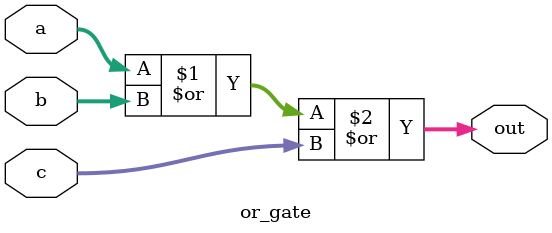
<source format=v>
module or_gate(
    input wire [7:0]a,b,c,
    output wire [7:0] out
);

    assign out = a | b | c;
    
endmodule
</source>
